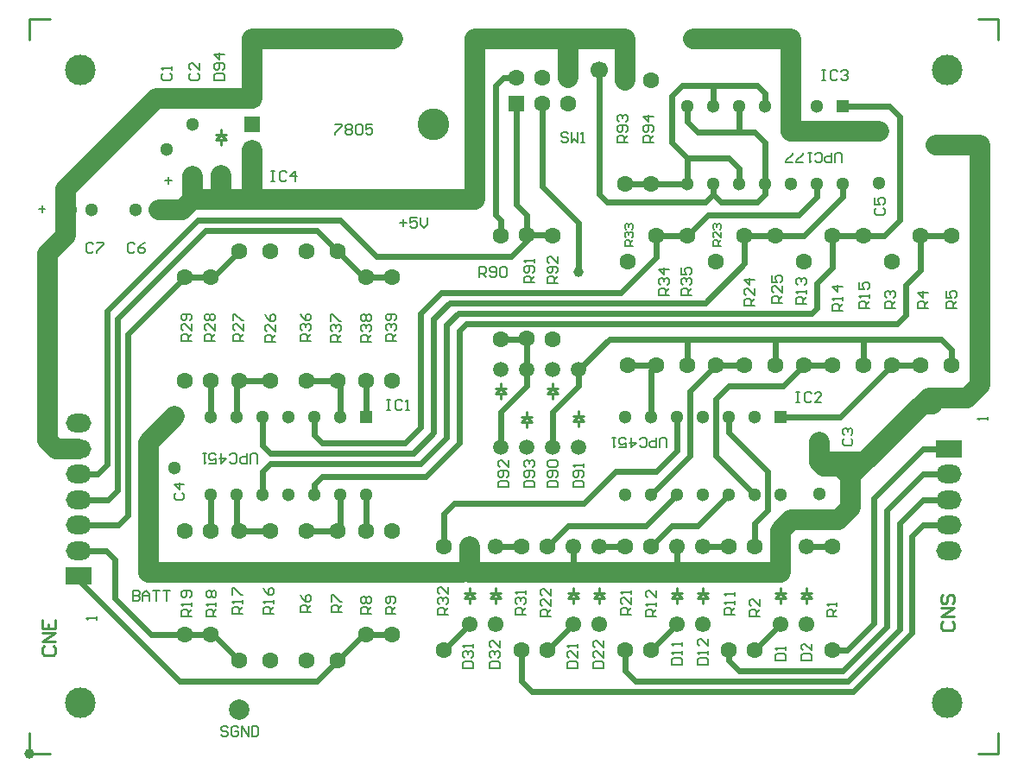
<source format=gtl>
%FSAX44Y44*%
%MOMM*%
G71*
G01*
G75*
G04 Layer_Physical_Order=1*
%ADD10C,0.2300*%
%ADD11C,0.6000*%
%ADD12C,2.0000*%
%ADD13C,0.2500*%
%ADD14C,0.2000*%
%ADD15C,0.1800*%
%ADD16C,0.2540*%
%ADD17C,1.3000*%
%ADD18C,1.5000*%
%ADD19C,1.6000*%
%ADD20C,1.5500*%
%ADD21R,2.5000X1.8000*%
%ADD22R,1.6000X1.6000*%
%ADD23C,3.1000*%
%ADD24C,3.0000*%
%ADD25C,1.0000*%
%ADD26R,1.3000X1.3000*%
%ADD27C,1.5000*%
%ADD28O,2.5000X1.8000*%
%ADD29C,1.6000*%
%ADD30R,1.6000X1.6000*%
%ADD31C,2.0000*%
%ADD32C,1.7000*%
D10*
X01336830Y01149050D02*
Y01169050D01*
X01316830D02*
X01336830D01*
X01316830Y00449050D02*
X01336830D01*
Y00469050D01*
X00386830Y00449050D02*
Y00469050D01*
Y00449050D02*
X00406830D01*
X00386830Y01169050D02*
X00406830D01*
X00386830Y01149050D02*
Y01169050D01*
D11*
X00925310Y00921490D02*
Y00969750D01*
X00727190Y00936730D02*
X00859458D01*
X00874510Y00951782D01*
X01001510Y00957050D02*
X01031990D01*
X01087870Y00929238D02*
Y00957050D01*
X01158990Y00909782D02*
X01174230Y00925022D01*
X01153910Y00880850D02*
X01158990Y00885930D01*
Y00909782D01*
X01174230Y00925022D02*
Y00957050D01*
X01237730Y00870690D02*
X01245997Y00878957D01*
Y00908646D01*
X01260590Y00923238D01*
Y00957050D01*
X01072630Y00764010D02*
Y00779250D01*
X01232632Y00830152D02*
X01232650Y00830134D01*
X01146272Y00830152D02*
X01146290Y00830134D01*
X01146272Y00830152D02*
X01174128D01*
X01174230Y00830050D01*
X01059912Y00830152D02*
X01060014Y00830050D01*
X01087870D01*
X01001408Y00830152D02*
X01001510Y00830050D01*
X00973552Y00830152D02*
X01001408D01*
X01031889Y01007748D02*
X01031990Y01007850D01*
X00590030Y00814810D02*
X00623050D01*
X00590030Y00779250D02*
Y00814810D01*
X00658610D02*
X00691630D01*
Y00779250D02*
Y00814810D01*
X00717012Y00814911D02*
X00717030D01*
Y00779250D02*
Y00814911D01*
X00564612D02*
X00564630D01*
Y00779250D02*
Y00814911D01*
Y00703050D02*
X00564666D01*
Y00667287D02*
Y00703050D01*
X00590030Y00667388D02*
Y00703050D01*
Y00667388D02*
X00623068D01*
X00658628D02*
X00691630D01*
Y00703050D01*
X00717030D02*
X00717066D01*
Y00667287D02*
Y00703050D01*
X00849092Y00855552D02*
X00874528D01*
Y00855348D02*
Y00855552D01*
Y00855348D02*
X00874580D01*
Y00825135D02*
Y00855348D01*
X00899928Y00956948D02*
Y00957253D01*
X00714490Y00565890D02*
X00742430D01*
X00666230Y00703050D02*
Y00713210D01*
X00673850Y00720830D01*
X00615430Y00703050D02*
Y00725910D01*
X00623050Y00733530D01*
X00615430Y00751310D02*
Y00779250D01*
Y00751310D02*
X00623050Y00743690D01*
X00666230Y00761470D02*
Y00779250D01*
Y00761470D02*
X00673850Y00753850D01*
X01072630Y00540490D02*
Y00550650D01*
Y00540490D02*
X01082790Y00530330D01*
X01184390D01*
X00971030D02*
Y00550650D01*
Y00530330D02*
X00981190Y00520170D01*
X01189470D01*
X00869430D02*
Y00550650D01*
Y00520170D02*
X00879590Y00510010D01*
X01194550D01*
X01072630Y00764010D02*
X01110730Y00725910D01*
X00996430Y00652250D02*
X01016750Y00672570D01*
X00894830Y00652250D02*
X00915150Y00672570D01*
X00991350D01*
X01021830Y00703050D01*
X01042150Y00672570D02*
X01072630Y00703050D01*
X01016750Y00672570D02*
X01042150D01*
X00996430Y00703050D02*
X01034530Y00741150D01*
X01123412Y00576032D02*
Y00576152D01*
X01095490Y00548229D02*
X01123412Y00576152D01*
X00996430Y00550650D02*
X01021830Y00576050D01*
X00996430Y00550650D02*
X00996430D01*
X00894830Y00550650D02*
X00920230Y00576050D01*
X00894830Y00550650D02*
Y00550650D01*
X00818630Y00576050D02*
X00818630D01*
X00793230Y00550650D02*
X00818630Y00576050D01*
X00793230Y00550650D02*
X00793230D01*
X01148914Y00652250D02*
X01174230D01*
X01148812Y00652352D02*
X01148914Y00652250D01*
X01047230D02*
X01075170D01*
X00945630D02*
X00971030D01*
X00844030D02*
X00869430D01*
X00534150Y00520170D02*
X00668770D01*
X01108190Y00997690D02*
Y01005310D01*
X00849180Y00748935D02*
Y00784330D01*
X00874580Y00809730D02*
Y00822430D01*
X00849180Y00784330D02*
X00874580Y00809730D01*
X00899980Y00784330D02*
X00925380Y00809730D01*
X00899980Y00748935D02*
Y00784330D01*
X00925380Y00809730D02*
Y00822430D01*
X01260590Y00957050D02*
X01291070D01*
X01280910Y00855450D02*
X01291070Y00845290D01*
Y00830050D02*
Y00845290D01*
X01100570Y00990070D02*
X01108190Y00997690D01*
X01031990Y01007850D02*
Y01033250D01*
X00483350Y00860410D02*
X00539248Y00916308D01*
X00463030Y00883390D02*
X00551930Y00972290D01*
X00473190Y00875770D02*
X00559550Y00962130D01*
X00551930Y00972290D02*
X00691630D01*
X00727190Y00936730D01*
X01034530Y00804770D02*
X01059912Y00830152D01*
X01034530Y00741150D02*
Y00804770D01*
X01125850Y00809730D02*
X01146272Y00830152D01*
X01059930Y00741150D02*
X01098030Y00703050D01*
X01016750Y01048490D02*
X01031990Y01033250D01*
X01016750Y01048490D02*
Y01094210D01*
X01026910Y01104370D01*
X01100570D02*
X01108190Y01096750D01*
Y01084050D02*
Y01096750D01*
X01031990Y01068810D02*
Y01084050D01*
Y01068810D02*
X01042150Y01058650D01*
X01098030D02*
X01108190Y01048490D01*
Y01007850D02*
Y01048490D01*
X01031990Y01033250D02*
X01072630D01*
X01082790Y01023090D01*
Y01007850D02*
Y01023090D01*
X01098030Y00652250D02*
Y00675110D01*
X01110730Y00687810D02*
Y00725910D01*
X01098030Y00675110D02*
X01110730Y00687810D01*
X00714592Y00916308D02*
X00742448D01*
X00539248D02*
X00567068D01*
X00592570Y00941810D01*
X00559550Y00962130D02*
X00668770D01*
X01059930Y00797030D02*
X01072630Y00809730D01*
X01059930Y00741150D02*
Y00797030D01*
X01072630Y00809730D02*
X01125850D01*
X00567086Y00565890D02*
X00592588Y00540388D01*
X01181730Y00779250D02*
X01232632Y00830152D01*
X01123430Y00779250D02*
X01181730D01*
X01260507Y00830134D02*
X01260590Y00830050D01*
X01260489Y00830152D02*
X01260507Y00830134D01*
X01232650D02*
X01260507D01*
X00996430Y00824970D02*
X01001510Y00830050D01*
X00996430Y00779250D02*
Y00824970D01*
X00793230Y00683839D02*
X00803390Y00693999D01*
X00793230Y00652250D02*
Y00683839D01*
X00925380Y00825135D02*
X00955695Y00855450D01*
X00930087Y00693999D02*
X00961998Y00725910D01*
X00803390Y00693999D02*
X00930087D01*
X01230110Y01084050D02*
X01240270Y01073890D01*
Y00972290D02*
Y01073890D01*
X01225030Y00957050D02*
X01240270Y00972290D01*
X01184390Y01084050D02*
X01230110D01*
X01031990Y00957050D02*
X01052310Y00977370D01*
X01184390Y00995150D02*
Y01007850D01*
X01146290Y00957050D02*
X01184390Y00995150D01*
X01158990D02*
Y01007850D01*
X01141210Y00977370D02*
X01158990Y00995150D01*
X01052310Y00977370D02*
X01141210D01*
X00971048Y01007850D02*
X00996412D01*
X01031990D01*
X01026910Y01104370D02*
X01057390D01*
X01100570D01*
X01057390Y01084050D02*
Y01104370D01*
X01065010Y00990070D02*
X01100570D01*
X01057390Y00997690D02*
Y01007850D01*
Y00997690D02*
X01065010Y00990070D01*
X00889750Y01005310D02*
X00925310Y00969750D01*
X00849128Y00956948D02*
Y00972272D01*
X00844030Y00977370D02*
X00849128Y00972272D01*
X00864350Y00987530D02*
X00874510Y00977370D01*
X00889750Y01005310D02*
Y01086590D01*
X00864350Y00987530D02*
Y01086590D01*
X01049770Y00990070D02*
X01057390Y00997690D01*
X00953250Y00990070D02*
X01049770D01*
X00945630Y00997690D02*
X00953250Y00990070D01*
X00851650Y01111990D02*
X00864350D01*
X00844030Y01104370D02*
X00851650Y01111990D01*
X00844030Y00977370D02*
Y01104370D01*
X00945630Y00997690D02*
Y01119610D01*
X01082790Y01058650D02*
Y01084050D01*
X01042150Y01058650D02*
X01082790D01*
X01098030D01*
X00435090Y00619230D02*
Y00622970D01*
Y00619230D02*
X00534150Y00520170D01*
X00668770D02*
X00689090Y00540490D01*
X00714490Y00565890D01*
X00470650Y00601450D02*
Y00639059D01*
X00461739Y00647971D02*
X00470650Y00639059D01*
X00435090Y00647971D02*
X00461739D01*
X00470650Y00601450D02*
X00506210Y00565890D01*
X00539230D01*
X00567086D01*
X00474162Y00672970D02*
X00483350Y00682159D01*
X00435090Y00672970D02*
X00474162D01*
X00483350Y00682159D02*
Y00860410D01*
X00464000Y00697970D02*
X00473190Y00707161D01*
X00435090Y00697970D02*
X00464000D01*
X00473190Y00707161D02*
Y00875770D01*
X00689090Y00941810D02*
X00714592Y00916308D01*
X00668770Y00962130D02*
X00689090Y00941810D01*
X00453295Y00722970D02*
X00463030Y00732705D01*
X00435090Y00722970D02*
X00453295D01*
X00463030Y00732705D02*
Y00883390D01*
X00874510Y00951782D02*
Y00957253D01*
Y00977370D01*
Y00957253D02*
X00899928D01*
X00807162Y00880850D02*
X01153910D01*
X00815078Y00870690D02*
X01237730D01*
X00673850Y00753850D02*
X00755130D01*
X00623050Y00743690D02*
X00763138D01*
X00623050Y00733530D02*
X00770370D01*
X00673850Y00720830D02*
X00775450D01*
X00755130Y00753850D02*
X00770370Y00769090D01*
Y00880850D01*
X00790690Y00901170D01*
X00763138Y00743690D02*
X00783070Y00763622D01*
Y00875381D01*
X00798698Y00891010D01*
X00795770Y00869458D02*
X00807162Y00880850D01*
X00795770Y00758930D02*
Y00869458D01*
X00770370Y00733530D02*
X00795770Y00758930D01*
X01174230Y00957050D02*
X01204710D01*
X01225030D01*
X00775450Y00720830D02*
X00807998Y00753378D01*
Y00863610D01*
X00815078Y00870690D01*
X00790690Y00901170D02*
X00966978D01*
X01001510Y00935702D01*
Y00957050D01*
X00798698Y00891010D02*
X01049642D01*
X01087870Y00929238D01*
Y00957050D02*
X01118350D01*
X01146290D01*
X01001510Y00725910D02*
X01021830Y00746230D01*
X00961998Y00725910D02*
X01001510D01*
X01021830Y00746230D02*
Y00779250D01*
X01174230Y00550650D02*
X01188821D01*
X01251998Y00567457D02*
Y00661837D01*
X01263130Y00672970D01*
X01288530D01*
X01194550Y00510010D02*
X01251998Y00567457D01*
X01239997Y00570697D02*
Y00674838D01*
X01263130Y00697970D01*
X01288530D01*
X01189470Y00520170D02*
X01239997Y00570697D01*
X01227570Y00573510D02*
Y00687410D01*
X01263130Y00722970D01*
X01288530D01*
X01184390Y00530330D02*
X01227570Y00573510D01*
X01214870Y00576699D02*
Y00699710D01*
X01263130Y00747970D01*
X01288530D01*
X01188821Y00550650D02*
X01214870Y00576699D01*
X00920230Y00626850D02*
Y00652250D01*
X01021830Y00626850D02*
Y00652250D01*
X01031990Y00830050D02*
Y00855450D01*
X01118350Y00830050D02*
Y00855450D01*
X01204710Y00830050D02*
Y00855450D01*
X00955695D02*
X01031990D01*
X01118350D01*
X01204710D01*
X01280910D01*
D12*
X00818630Y00626850D02*
Y00652250D01*
X00503670Y00626850D02*
X00811010D01*
X00546780Y00992680D02*
Y01015287D01*
X00574860Y00992680D02*
Y01015635D01*
X00605182Y00992698D02*
Y01040788D01*
X01133773Y01058833D02*
X01220020D01*
X00422390Y01002770D02*
X00511208Y01091588D01*
X00513830Y00982450D02*
X00536550D01*
X00546710Y00992610D01*
X00503557Y00753850D02*
X00529140Y00779433D01*
X00970947Y01109450D02*
X00971048Y01109348D01*
X00605182Y01091588D02*
Y01150002D01*
X00971048Y01109348D02*
Y01149984D01*
X00823710Y00992610D02*
Y01099290D01*
X00823728Y01099308D02*
Y01149984D01*
X00546710Y00992610D02*
X00765290D01*
X00823710D01*
X00915150Y01111990D02*
Y01149984D01*
X00823728D02*
X00915150D01*
X00971048D01*
X00412638Y00747970D02*
X00435090D01*
X00404610Y00755999D02*
X00412638Y00747970D01*
X00404610Y00755999D02*
Y00939270D01*
X00422390Y00957050D01*
X00605182Y01150002D02*
X00742730D01*
X01037813Y01149819D02*
X01133773D01*
X01123412Y00667604D02*
X01133807Y00677999D01*
X01179659D01*
X01192010Y00690350D01*
X01165471Y00730598D02*
X01181850D01*
X01161530Y00734538D02*
X01165471Y00730598D01*
X01161600Y00734608D02*
Y00754033D01*
X01161530Y00734538D02*
X01161600Y00734608D01*
X01268746Y00797998D02*
X01306470D01*
X01319010Y00810538D01*
Y01045998D01*
X01275830D02*
X01319010D01*
X00503670Y00626850D02*
Y00697970D01*
Y00753850D01*
X00818630Y00626850D02*
X00920230D01*
X01021830D01*
X01123412D01*
X00422390Y00957050D02*
Y00982450D01*
Y01002770D01*
X00511208Y01091588D02*
X00521520D01*
X00574860D01*
X00605182D01*
X01123412Y00626850D02*
Y00652352D01*
Y00667604D01*
X01192010Y00690350D02*
Y00720437D01*
Y00721263D01*
X01181850Y00730598D02*
X01192010Y00720437D01*
Y00721263D02*
X01205286Y00734538D01*
X01262698Y00791950D01*
X01268746Y00797998D01*
X01161530Y00734538D02*
X01205286D01*
X01133773Y01058833D02*
Y01084050D01*
Y01149819D01*
X01262698Y00791950D02*
X01271998D01*
D13*
X00569710Y01056158D02*
X00579870D01*
X00569710Y01051078D02*
X00574790Y01056158D01*
X00579870Y01051078D01*
X00569710D02*
X00579870D01*
X00574790Y01056158D02*
Y01061238D01*
Y01045998D02*
Y01051078D01*
X00813550Y00606530D02*
X00823710D01*
X00813550Y00601450D02*
X00818630Y00606530D01*
X00823710Y00601450D01*
X00813550D02*
X00823710D01*
X00818630Y00606530D02*
Y00611610D01*
Y00596370D02*
Y00601450D01*
X00838918Y00606530D02*
X00849078D01*
X00838918Y00601450D02*
X00843998Y00606530D01*
X00849078Y00601450D01*
X00838918D02*
X00849078D01*
X00843998Y00606530D02*
Y00611610D01*
Y00596370D02*
Y00601450D01*
X00915150Y00606530D02*
X00925310D01*
X00915150Y00601450D02*
X00920230Y00606530D01*
X00925310Y00601450D01*
X00915150D02*
X00925310D01*
X00920230Y00606530D02*
Y00611610D01*
Y00596370D02*
Y00601450D01*
X00940550Y00606159D02*
X00950710D01*
X00940550Y00601079D02*
X00945630Y00606159D01*
X00950710Y00601079D01*
X00940550D02*
X00950710D01*
X00945630Y00606159D02*
Y00611239D01*
Y00595999D02*
Y00601079D01*
X01016750Y00606530D02*
X01026910D01*
X01016750Y00601450D02*
X01021830Y00606530D01*
X01026910Y00601450D01*
X01016750D02*
X01026910D01*
X01021830Y00606530D02*
Y00611610D01*
Y00596370D02*
Y00601450D01*
X01042150Y00606159D02*
X01052310D01*
X01042150Y00601079D02*
X01047230Y00606159D01*
X01052310Y00601079D01*
X01042150D02*
X01052310D01*
X01047230Y00606159D02*
Y00611239D01*
Y00595999D02*
Y00601079D01*
X01118350Y00606530D02*
X01128510D01*
X01118350Y00601450D02*
X01123430Y00606530D01*
X01128510Y00601450D01*
X01118350D02*
X01128510D01*
X01123430Y00606530D02*
Y00611610D01*
Y00596370D02*
Y00601450D01*
X01143750Y00606159D02*
X01153910D01*
X01143750Y00601079D02*
X01148830Y00606159D01*
X01153910Y00601079D01*
X01143750D02*
X01153910D01*
X01148830Y00606159D02*
Y00611239D01*
Y00595999D02*
Y00601079D01*
X00868918Y00779250D02*
X00879078D01*
X00868918Y00774170D02*
X00873998Y00779250D01*
X00879078Y00774170D01*
X00868918D02*
X00879078D01*
X00873998Y00779250D02*
Y00784330D01*
Y00769090D02*
Y00774170D01*
X00920230Y00780158D02*
X00930390D01*
X00920230Y00775079D02*
X00925310Y00780158D01*
X00930390Y00775079D01*
X00920230D02*
X00930390D01*
X00925310Y00780158D02*
Y00785238D01*
Y00769998D02*
Y00775079D01*
X00844030Y00807190D02*
X00854190D01*
X00844030Y00802110D02*
X00849110Y00807190D01*
X00854190Y00802110D01*
X00844030D02*
X00854190D01*
X00849110Y00807190D02*
Y00812270D01*
Y00797030D02*
Y00802110D01*
X00894900Y00807190D02*
X00905060D01*
X00894900Y00802110D02*
X00899980Y00807190D01*
X00905060Y00802110D01*
X00894900D02*
X00905060D01*
X00899980Y00807190D02*
Y00812270D01*
Y00797030D02*
Y00802110D01*
D14*
X00487999Y00608907D02*
Y00598910D01*
X00492997D01*
X00494664Y00600576D01*
Y00602242D01*
X00492997Y00603908D01*
X00487999D01*
X00492997D01*
X00494664Y00605574D01*
Y00607240D01*
X00492997Y00608907D01*
X00487999D01*
X00497996Y00598910D02*
Y00605574D01*
X00501328Y00608907D01*
X00504660Y00605574D01*
Y00598910D01*
Y00603908D01*
X00497996D01*
X00507993Y00608907D02*
X00514657D01*
X00511325D01*
Y00598910D01*
X00517989Y00608907D02*
X00524654D01*
X00521322D01*
Y00598910D01*
X00530300Y00704423D02*
X00528634Y00702757D01*
Y00699425D01*
X00530300Y00697759D01*
X00536965D01*
X00538631Y00699425D01*
Y00702757D01*
X00536965Y00704423D01*
X00538631Y00712754D02*
X00528634D01*
X00533633Y00707756D01*
Y00714420D01*
X00827998Y00916410D02*
Y00926407D01*
X00832997D01*
X00834663Y00924741D01*
Y00921408D01*
X00832997Y00919742D01*
X00827998D01*
X00831331D02*
X00834663Y00916410D01*
X00837995Y00918076D02*
X00839661Y00916410D01*
X00842993D01*
X00844660Y00918076D01*
Y00924741D01*
X00842993Y00926407D01*
X00839661D01*
X00837995Y00924741D01*
Y00923074D01*
X00839661Y00921408D01*
X00844660D01*
X00847992Y00924741D02*
X00849658Y00926407D01*
X00852990D01*
X00854656Y00924741D01*
Y00918076D01*
X00852990Y00916410D01*
X00849658D01*
X00847992Y00918076D01*
Y00924741D01*
X00881998Y00910650D02*
X00872001D01*
Y00915648D01*
X00873668Y00917314D01*
X00877000D01*
X00878666Y00915648D01*
Y00910650D01*
Y00913982D02*
X00881998Y00917314D01*
X00880332Y00920647D02*
X00881998Y00922313D01*
Y00925645D01*
X00880332Y00927311D01*
X00873668D01*
X00872001Y00925645D01*
Y00922313D01*
X00873668Y00920647D01*
X00875334D01*
X00877000Y00922313D01*
Y00927311D01*
X00881998Y00930643D02*
Y00933976D01*
Y00932310D01*
X00872001D01*
X00873668Y00930643D01*
X00904630Y00909998D02*
X00894633D01*
Y00914997D01*
X00896299Y00916663D01*
X00899632D01*
X00901298Y00914997D01*
Y00909998D01*
Y00913330D02*
X00904630Y00916663D01*
X00902964Y00919995D02*
X00904630Y00921661D01*
Y00924993D01*
X00902964Y00926659D01*
X00896299D01*
X00894633Y00924993D01*
Y00921661D01*
X00896299Y00919995D01*
X00897966D01*
X00899632Y00921661D01*
Y00926659D01*
X00904630Y00936656D02*
Y00929992D01*
X00897966Y00936656D01*
X00896299D01*
X00894633Y00934990D01*
Y00931658D01*
X00896299Y00929992D01*
X01013998Y00898630D02*
X01004001D01*
Y00903628D01*
X01005667Y00905294D01*
X01009000D01*
X01010666Y00903628D01*
Y00898630D01*
Y00901962D02*
X01013998Y00905294D01*
X01005667Y00908627D02*
X01004001Y00910293D01*
Y00913625D01*
X01005667Y00915291D01*
X01007334D01*
X01009000Y00913625D01*
Y00911959D01*
Y00913625D01*
X01010666Y00915291D01*
X01012332D01*
X01013998Y00913625D01*
Y00910293D01*
X01012332Y00908627D01*
X01013998Y00923622D02*
X01004001D01*
X01009000Y00918624D01*
Y00925288D01*
X01035998Y00898630D02*
X01026001D01*
Y00903628D01*
X01027667Y00905294D01*
X01031000D01*
X01032666Y00903628D01*
Y00898630D01*
Y00901962D02*
X01035998Y00905294D01*
X01027667Y00908627D02*
X01026001Y00910293D01*
Y00913625D01*
X01027667Y00915291D01*
X01029333D01*
X01031000Y00913625D01*
Y00911959D01*
Y00913625D01*
X01032666Y00915291D01*
X01034332D01*
X01035998Y00913625D01*
Y00910293D01*
X01034332Y00908627D01*
X01026001Y00925288D02*
Y00918624D01*
X01031000D01*
X01029333Y00921956D01*
Y00923622D01*
X01031000Y00925288D01*
X01034332D01*
X01035998Y00923622D01*
Y00920290D01*
X01034332Y00918624D01*
X01097998Y00888470D02*
X01088001D01*
Y00893468D01*
X01089667Y00895134D01*
X01092999D01*
X01094666Y00893468D01*
Y00888470D01*
Y00891802D02*
X01097998Y00895134D01*
Y00905131D02*
Y00898467D01*
X01091333Y00905131D01*
X01089667D01*
X01088001Y00903465D01*
Y00900133D01*
X01089667Y00898467D01*
X01097998Y00913462D02*
X01088001D01*
X01092999Y00908464D01*
Y00915128D01*
X01124630Y00890799D02*
X01114633D01*
Y00895797D01*
X01116299Y00897463D01*
X01119632D01*
X01121298Y00895797D01*
Y00890799D01*
Y00894131D02*
X01124630Y00897463D01*
Y00907460D02*
Y00900796D01*
X01117965Y00907460D01*
X01116299D01*
X01114633Y00905794D01*
Y00902462D01*
X01116299Y00900796D01*
X01114633Y00917457D02*
Y00910792D01*
X01119632D01*
X01117965Y00914125D01*
Y00915791D01*
X01119632Y00917457D01*
X01122964D01*
X01124630Y00915791D01*
Y00912458D01*
X01122964Y00910792D01*
X01148830Y00889998D02*
X01138833D01*
Y00894997D01*
X01140499Y00896663D01*
X01143832D01*
X01145498Y00894997D01*
Y00889998D01*
Y00893330D02*
X01148830Y00896663D01*
Y00899995D02*
Y00903327D01*
Y00901661D01*
X01138833D01*
X01140499Y00899995D01*
Y00908326D02*
X01138833Y00909992D01*
Y00913324D01*
X01140499Y00914990D01*
X01142166D01*
X01143832Y00913324D01*
Y00911658D01*
Y00913324D01*
X01145498Y00914990D01*
X01147164D01*
X01148830Y00913324D01*
Y00909992D01*
X01147164Y00908326D01*
X01183998Y00883390D02*
X01174001D01*
Y00888388D01*
X01175667Y00890054D01*
X01178999D01*
X01180665Y00888388D01*
Y00883390D01*
Y00886722D02*
X01183998Y00890054D01*
Y00893387D02*
Y00896719D01*
Y00895053D01*
X01174001D01*
X01175667Y00893387D01*
X01183998Y00906716D02*
X01174001D01*
X01178999Y00901717D01*
Y00908382D01*
X01210630Y00885719D02*
X01200633D01*
Y00890717D01*
X01202299Y00892383D01*
X01205631D01*
X01207297Y00890717D01*
Y00885719D01*
Y00889051D02*
X01210630Y00892383D01*
Y00895716D02*
Y00899048D01*
Y00897382D01*
X01200633D01*
X01202299Y00895716D01*
X01200633Y00910711D02*
Y00904046D01*
X01205631D01*
X01203965Y00907378D01*
Y00909045D01*
X01205631Y00910711D01*
X01208963D01*
X01210630Y00909045D01*
Y00905712D01*
X01208963Y00904046D01*
X01235997Y00885930D02*
X01226001D01*
Y00890928D01*
X01227667Y00892594D01*
X01230999D01*
X01232665Y00890928D01*
Y00885930D01*
Y00889262D02*
X01235997Y00892594D01*
X01227667Y00895927D02*
X01226001Y00897593D01*
Y00900925D01*
X01227667Y00902591D01*
X01229333D01*
X01230999Y00900925D01*
Y00899259D01*
Y00900925D01*
X01232665Y00902591D01*
X01234331D01*
X01235997Y00900925D01*
Y00897593D01*
X01234331Y00895927D01*
X01267998Y00885930D02*
X01258001D01*
Y00890928D01*
X01259667Y00892594D01*
X01262999D01*
X01264665Y00890928D01*
Y00885930D01*
Y00889262D02*
X01267998Y00892594D01*
Y00900925D02*
X01258001D01*
X01262999Y00895927D01*
Y00902591D01*
X01295997Y00885930D02*
X01286001D01*
Y00890928D01*
X01287667Y00892594D01*
X01290999D01*
X01292665Y00890928D01*
Y00885930D01*
Y00889262D02*
X01295997Y00892594D01*
X01286001Y00902591D02*
Y00895927D01*
X01290999D01*
X01289333Y00899259D01*
Y00900925D01*
X01290999Y00902591D01*
X01294331D01*
X01295997Y00900925D01*
Y00897593D01*
X01294331Y00895927D01*
X01217227Y00984034D02*
X01215561Y00982368D01*
Y00979036D01*
X01217227Y00977370D01*
X01223892D01*
X01225558Y00979036D01*
Y00982368D01*
X01223892Y00984034D01*
X01215561Y00994031D02*
Y00987367D01*
X01220559D01*
X01218893Y00990699D01*
Y00992365D01*
X01220559Y00994031D01*
X01223892D01*
X01225558Y00992365D01*
Y00989033D01*
X01223892Y00987367D01*
X01164070Y01119447D02*
X01167402D01*
X01165736D01*
Y01109450D01*
X01164070D01*
X01167402D01*
X01179065Y01117781D02*
X01177399Y01119447D01*
X01174067D01*
X01172401Y01117781D01*
Y01111116D01*
X01174067Y01109450D01*
X01177399D01*
X01179065Y01111116D01*
X01182398Y01117781D02*
X01184064Y01119447D01*
X01187396D01*
X01189062Y01117781D01*
Y01116114D01*
X01187396Y01114448D01*
X01185730D01*
X01187396D01*
X01189062Y01112782D01*
Y01111116D01*
X01187396Y01109450D01*
X01184064D01*
X01182398Y01111116D01*
X00737350Y00795995D02*
X00740682D01*
X00739016D01*
Y00785998D01*
X00737350D01*
X00740682D01*
X00752345Y00794329D02*
X00750679Y00795995D01*
X00747347D01*
X00745681Y00794329D01*
Y00787665D01*
X00747347Y00785998D01*
X00750679D01*
X00752345Y00787665D01*
X00755677Y00785998D02*
X00759010D01*
X00757344D01*
Y00795995D01*
X00755677Y00794329D01*
X01138459Y00803363D02*
X01141791D01*
X01140125D01*
Y00793366D01*
X01138459D01*
X01141791D01*
X01153454Y00801697D02*
X01151788Y00803363D01*
X01148456D01*
X01146790Y00801697D01*
Y00795032D01*
X01148456Y00793366D01*
X01151788D01*
X01153454Y00795032D01*
X01163451Y00793366D02*
X01156786D01*
X01163451Y00800031D01*
Y00801697D01*
X01161785Y00803363D01*
X01158453D01*
X01156786Y00801697D01*
X01185667Y00757974D02*
X01184001Y00756308D01*
Y00752976D01*
X01185667Y00751310D01*
X01192331D01*
X01193998Y00752976D01*
Y00756308D01*
X01192331Y00757974D01*
X01185667Y00761307D02*
X01184001Y00762973D01*
Y00766305D01*
X01185667Y00767971D01*
X01187333D01*
X01188999Y00766305D01*
Y00764639D01*
Y00766305D01*
X01190665Y00767971D01*
X01192331D01*
X01193998Y00766305D01*
Y00762973D01*
X01192331Y00761307D01*
X00920453Y00709999D02*
X00930450D01*
Y00714997D01*
X00928784Y00716663D01*
X00922119D01*
X00920453Y00714997D01*
Y00709999D01*
X00928784Y00719995D02*
X00930450Y00721662D01*
Y00724994D01*
X00928784Y00726660D01*
X00922119D01*
X00920453Y00724994D01*
Y00721662D01*
X00922119Y00719995D01*
X00923785D01*
X00925452Y00721662D01*
Y00726660D01*
X00930450Y00729992D02*
Y00733324D01*
Y00731658D01*
X00920453D01*
X00922119Y00729992D01*
X00894453Y00709999D02*
X00904450D01*
Y00714997D01*
X00902784Y00716663D01*
X00896119D01*
X00894453Y00714997D01*
Y00709999D01*
X00902784Y00719995D02*
X00904450Y00721662D01*
Y00724994D01*
X00902784Y00726660D01*
X00896119D01*
X00894453Y00724994D01*
Y00721662D01*
X00896119Y00719995D01*
X00897786D01*
X00899452Y00721662D01*
Y00726660D01*
X00896119Y00729992D02*
X00894453Y00731658D01*
Y00734991D01*
X00896119Y00736657D01*
X00902784D01*
X00904450Y00734991D01*
Y00731658D01*
X00902784Y00729992D01*
X00896119D01*
X00872193Y00709999D02*
X00882190D01*
Y00714997D01*
X00880524Y00716663D01*
X00873859D01*
X00872193Y00714997D01*
Y00709999D01*
X00880524Y00719995D02*
X00882190Y00721662D01*
Y00724994D01*
X00880524Y00726660D01*
X00873859D01*
X00872193Y00724994D01*
Y00721662D01*
X00873859Y00719995D01*
X00875526D01*
X00877192Y00721662D01*
Y00726660D01*
X00873859Y00729992D02*
X00872193Y00731658D01*
Y00734991D01*
X00873859Y00736657D01*
X00875526D01*
X00877192Y00734991D01*
Y00733324D01*
Y00734991D01*
X00878858Y00736657D01*
X00880524D01*
X00882190Y00734991D01*
Y00731658D01*
X00880524Y00729992D01*
X00846193Y00709999D02*
X00856190D01*
Y00714997D01*
X00854524Y00716663D01*
X00847859D01*
X00846193Y00714997D01*
Y00709999D01*
X00854524Y00719995D02*
X00856190Y00721662D01*
Y00724994D01*
X00854524Y00726660D01*
X00847859D01*
X00846193Y00724994D01*
Y00721662D01*
X00847859Y00719995D01*
X00849526D01*
X00851192Y00721662D01*
Y00726660D01*
X00856190Y00736657D02*
Y00729992D01*
X00849526Y00736657D01*
X00847859D01*
X00846193Y00734991D01*
Y00731658D01*
X00847859Y00729992D01*
X01143973Y00539999D02*
X01153970D01*
Y00544997D01*
X01152304Y00546663D01*
X01145639D01*
X01143973Y00544997D01*
Y00539999D01*
X01153970Y00556660D02*
Y00549996D01*
X01147306Y00556660D01*
X01145639D01*
X01143973Y00554994D01*
Y00551662D01*
X01145639Y00549996D01*
X01117973Y00539999D02*
X01127970D01*
Y00544997D01*
X01126304Y00546663D01*
X01119639D01*
X01117973Y00544997D01*
Y00539999D01*
X01127970Y00549996D02*
Y00553328D01*
Y00551662D01*
X01117973D01*
X01119639Y00549996D01*
X01042373Y00535999D02*
X01052370D01*
Y00540997D01*
X01050704Y00542663D01*
X01044039D01*
X01042373Y00540997D01*
Y00535999D01*
X01052370Y00545996D02*
Y00549328D01*
Y00547662D01*
X01042373D01*
X01044039Y00545996D01*
X01052370Y00560991D02*
Y00554326D01*
X01045705Y00560991D01*
X01044039D01*
X01042373Y00559325D01*
Y00555993D01*
X01044039Y00554326D01*
X01016373Y00535999D02*
X01026370D01*
Y00540997D01*
X01024704Y00542663D01*
X01018039D01*
X01016373Y00540997D01*
Y00535999D01*
X01026370Y00545996D02*
Y00549328D01*
Y00547662D01*
X01016373D01*
X01018039Y00545996D01*
X01026370Y00554326D02*
Y00557659D01*
Y00555993D01*
X01016373D01*
X01018039Y00554326D01*
X01178630Y00583459D02*
X01168633D01*
Y00588457D01*
X01170299Y00590123D01*
X01173631D01*
X01175297Y00588457D01*
Y00583459D01*
Y00586791D02*
X01178630Y00590123D01*
Y00593456D02*
Y00596788D01*
Y00595122D01*
X01168633D01*
X01170299Y00593456D01*
X01102630Y00583459D02*
X01092633D01*
Y00588457D01*
X01094299Y00590123D01*
X01097632D01*
X01099298Y00588457D01*
Y00583459D01*
Y00586791D02*
X01102630Y00590123D01*
Y00600120D02*
Y00593456D01*
X01095965Y00600120D01*
X01094299D01*
X01092633Y00598454D01*
Y00595122D01*
X01094299Y00593456D01*
X01078062Y00585248D02*
X01068065D01*
Y00590246D01*
X01069731Y00591912D01*
X01073064D01*
X01074730Y00590246D01*
Y00585248D01*
Y00588580D02*
X01078062Y00591912D01*
Y00595244D02*
Y00598577D01*
Y00596911D01*
X01068065D01*
X01069731Y00595244D01*
X01078062Y00603575D02*
Y00606907D01*
Y00605241D01*
X01068065D01*
X01069731Y00603575D01*
X01001030Y00583459D02*
X00991033D01*
Y00588457D01*
X00992699Y00590123D01*
X00996032D01*
X00997698Y00588457D01*
Y00583459D01*
Y00586791D02*
X01001030Y00590123D01*
Y00593456D02*
Y00596788D01*
Y00595122D01*
X00991033D01*
X00992699Y00593456D01*
X01001030Y00608451D02*
Y00601786D01*
X00994365Y00608451D01*
X00992699D01*
X00991033Y00606785D01*
Y00603452D01*
X00992699Y00601786D01*
X00976462Y00585248D02*
X00966465D01*
Y00590246D01*
X00968131Y00591912D01*
X00971463D01*
X00973130Y00590246D01*
Y00585248D01*
Y00588580D02*
X00976462Y00591912D01*
Y00601909D02*
Y00595244D01*
X00969797Y00601909D01*
X00968131D01*
X00966465Y00600243D01*
Y00596911D01*
X00968131Y00595244D01*
X00976462Y00605241D02*
Y00608573D01*
Y00606907D01*
X00966465D01*
X00968131Y00605241D01*
X00940001Y00532870D02*
X00949998D01*
Y00537868D01*
X00948332Y00539534D01*
X00941667D01*
X00940001Y00537868D01*
Y00532870D01*
X00949998Y00549531D02*
Y00542867D01*
X00943334Y00549531D01*
X00941667D01*
X00940001Y00547865D01*
Y00544533D01*
X00941667Y00542867D01*
X00949998Y00559528D02*
Y00552864D01*
X00943334Y00559528D01*
X00941667D01*
X00940001Y00557862D01*
Y00554530D01*
X00941667Y00552864D01*
X00914001Y00532870D02*
X00923998D01*
Y00537868D01*
X00922332Y00539534D01*
X00915667D01*
X00914001Y00537868D01*
Y00532870D01*
X00923998Y00549531D02*
Y00542867D01*
X00917334Y00549531D01*
X00915667D01*
X00914001Y00547865D01*
Y00544533D01*
X00915667Y00542867D01*
X00923998Y00552864D02*
Y00556196D01*
Y00554530D01*
X00914001D01*
X00915667Y00552864D01*
X00838001Y00532870D02*
X00847998D01*
Y00537868D01*
X00846332Y00539534D01*
X00839668D01*
X00838001Y00537868D01*
Y00532870D01*
X00839668Y00542867D02*
X00838001Y00544533D01*
Y00547865D01*
X00839668Y00549531D01*
X00841334D01*
X00843000Y00547865D01*
Y00546199D01*
Y00547865D01*
X00844666Y00549531D01*
X00846332D01*
X00847998Y00547865D01*
Y00544533D01*
X00846332Y00542867D01*
X00847998Y00559528D02*
Y00552864D01*
X00841334Y00559528D01*
X00839668D01*
X00838001Y00557862D01*
Y00554530D01*
X00839668Y00552864D01*
X00812002Y00532870D02*
X00821998D01*
Y00537868D01*
X00820332Y00539534D01*
X00813668D01*
X00812002Y00537868D01*
Y00532870D01*
X00813668Y00542867D02*
X00812002Y00544533D01*
Y00547865D01*
X00813668Y00549531D01*
X00815334D01*
X00817000Y00547865D01*
Y00546199D01*
Y00547865D01*
X00818666Y00549531D01*
X00820332D01*
X00821998Y00547865D01*
Y00544533D01*
X00820332Y00542867D01*
X00821998Y00552864D02*
Y00556196D01*
Y00554530D01*
X00812002D01*
X00813668Y00552864D01*
X00490015Y00948329D02*
X00488349Y00949995D01*
X00485016D01*
X00483350Y00948329D01*
Y00941664D01*
X00485016Y00939998D01*
X00488349D01*
X00490015Y00941664D01*
X00500011Y00949995D02*
X00496679Y00948329D01*
X00493347Y00944996D01*
Y00941664D01*
X00495013Y00939998D01*
X00498345D01*
X00500011Y00941664D01*
Y00943330D01*
X00498345Y00944996D01*
X00493347D01*
X00449375Y00948329D02*
X00447709Y00949995D01*
X00444376D01*
X00442710Y00948329D01*
Y00941664D01*
X00444376Y00939998D01*
X00447709D01*
X00449375Y00941664D01*
X00452707Y00949995D02*
X00459371D01*
Y00948329D01*
X00452707Y00941664D01*
Y00939998D01*
X00686550Y01065995D02*
X00693215D01*
Y01064329D01*
X00686550Y01057664D01*
Y01055998D01*
X00696547Y01064329D02*
X00698213Y01065995D01*
X00701545D01*
X00703211Y01064329D01*
Y01062662D01*
X00701545Y01060996D01*
X00703211Y01059330D01*
Y01057664D01*
X00701545Y01055998D01*
X00698213D01*
X00696547Y01057664D01*
Y01059330D01*
X00698213Y01060996D01*
X00696547Y01062662D01*
Y01064329D01*
X00698213Y01060996D02*
X00701545D01*
X00706544Y01064329D02*
X00708210Y01065995D01*
X00711542D01*
X00713208Y01064329D01*
Y01057664D01*
X00711542Y01055998D01*
X00708210D01*
X00706544Y01057664D01*
Y01064329D01*
X00723205Y01065995D02*
X00716540D01*
Y01060996D01*
X00719873Y01062662D01*
X00721539D01*
X00723205Y01060996D01*
Y01057664D01*
X00721539Y01055998D01*
X00718206D01*
X00716540Y01057664D01*
X00623999Y01020387D02*
X00627331D01*
X00625665D01*
Y01010390D01*
X00623999D01*
X00627331D01*
X00638994Y01018720D02*
X00637328Y01020387D01*
X00633996D01*
X00632329Y01018720D01*
Y01012056D01*
X00633996Y01010390D01*
X00637328D01*
X00638994Y01012056D01*
X00647325Y01010390D02*
Y01020387D01*
X00642326Y01015388D01*
X00648991D01*
X00568002Y01109450D02*
X00577999D01*
Y01114448D01*
X00576333Y01116114D01*
X00569668D01*
X00568002Y01114448D01*
Y01109450D01*
X00576333Y01119447D02*
X00577999Y01121113D01*
Y01124445D01*
X00576333Y01126111D01*
X00569668D01*
X00568002Y01124445D01*
Y01121113D01*
X00569668Y01119447D01*
X00571334D01*
X00573000Y01121113D01*
Y01126111D01*
X00577999Y01134442D02*
X00568002D01*
X00573000Y01129444D01*
Y01136108D01*
X00545059Y01116122D02*
X00543393Y01114456D01*
Y01111124D01*
X00545059Y01109458D01*
X00551724D01*
X00553390Y01111124D01*
Y01114456D01*
X00551724Y01116122D01*
X00553390Y01126119D02*
Y01119455D01*
X00546726Y01126119D01*
X00545059D01*
X00543393Y01124453D01*
Y01121121D01*
X00545059Y01119455D01*
X00517668Y01116114D02*
X00516002Y01114448D01*
Y01111116D01*
X00517668Y01109450D01*
X00524333D01*
X00525999Y01111116D01*
Y01114448D01*
X00524333Y01116114D01*
X00525999Y01119447D02*
Y01122779D01*
Y01121113D01*
X00516002D01*
X00517668Y01119447D01*
X00897998Y00583670D02*
X00888001D01*
Y00588668D01*
X00889668Y00590334D01*
X00893000D01*
X00894666Y00588668D01*
Y00583670D01*
Y00587002D02*
X00897998Y00590334D01*
Y00600331D02*
Y00593667D01*
X00891334Y00600331D01*
X00889668D01*
X00888001Y00598665D01*
Y00595333D01*
X00889668Y00593667D01*
X00897998Y00610328D02*
Y00603663D01*
X00891334Y00610328D01*
X00889668D01*
X00888001Y00608662D01*
Y00605330D01*
X00889668Y00603663D01*
X00873430Y00585459D02*
X00863433D01*
Y00590457D01*
X00865099Y00592123D01*
X00868432D01*
X00870098Y00590457D01*
Y00585459D01*
Y00588791D02*
X00873430Y00592123D01*
X00865099Y00595456D02*
X00863433Y00597122D01*
Y00600454D01*
X00865099Y00602120D01*
X00866766D01*
X00868432Y00600454D01*
Y00598788D01*
Y00600454D01*
X00870098Y00602120D01*
X00871764D01*
X00873430Y00600454D01*
Y00597122D01*
X00871764Y00595456D01*
X00873430Y00605452D02*
Y00608785D01*
Y00607118D01*
X00863433D01*
X00865099Y00605452D01*
X00797230Y00585459D02*
X00787233D01*
Y00590457D01*
X00788899Y00592123D01*
X00792232D01*
X00793898Y00590457D01*
Y00585459D01*
Y00588791D02*
X00797230Y00592123D01*
X00788899Y00595456D02*
X00787233Y00597122D01*
Y00600454D01*
X00788899Y00602120D01*
X00790566D01*
X00792232Y00600454D01*
Y00598788D01*
Y00600454D01*
X00793898Y00602120D01*
X00795564D01*
X00797230Y00600454D01*
Y00597122D01*
X00795564Y00595456D01*
X00797230Y00612117D02*
Y00605452D01*
X00790566Y00612117D01*
X00788899D01*
X00787233Y00610451D01*
Y00607118D01*
X00788899Y00605452D01*
X00745999Y00586210D02*
X00736002D01*
Y00591208D01*
X00737668Y00592874D01*
X00741000D01*
X00742666Y00591208D01*
Y00586210D01*
Y00589542D02*
X00745999Y00592874D01*
X00744332Y00596207D02*
X00745999Y00597873D01*
Y00601205D01*
X00744332Y00602871D01*
X00737668D01*
X00736002Y00601205D01*
Y00597873D01*
X00737668Y00596207D01*
X00739334D01*
X00741000Y00597873D01*
Y00602871D01*
X00721999Y00586210D02*
X00712002D01*
Y00591208D01*
X00713668Y00592874D01*
X00717000D01*
X00718666Y00591208D01*
Y00586210D01*
Y00589542D02*
X00721999Y00592874D01*
X00713668Y00596207D02*
X00712002Y00597873D01*
Y00601205D01*
X00713668Y00602871D01*
X00715334D01*
X00717000Y00601205D01*
X00718666Y00602871D01*
X00720332D01*
X00721999Y00601205D01*
Y00597873D01*
X00720332Y00596207D01*
X00718666D01*
X00717000Y00597873D01*
X00715334Y00596207D01*
X00713668D01*
X00717000Y00597873D02*
Y00601205D01*
X00693090Y00587459D02*
X00683093D01*
Y00592457D01*
X00684759Y00594123D01*
X00688092D01*
X00689758Y00592457D01*
Y00587459D01*
Y00590791D02*
X00693090Y00594123D01*
X00683093Y00597456D02*
Y00604120D01*
X00684759D01*
X00691424Y00597456D01*
X00693090D01*
X00662610Y00587459D02*
X00652613D01*
Y00592457D01*
X00654279Y00594123D01*
X00657612D01*
X00659278Y00592457D01*
Y00587459D01*
Y00590791D02*
X00662610Y00594123D01*
X00652613Y00604120D02*
X00654279Y00600788D01*
X00657612Y00597456D01*
X00660944D01*
X00662610Y00599122D01*
Y00602454D01*
X00660944Y00604120D01*
X00659278D01*
X00657612Y00602454D01*
Y00597456D01*
X00625999Y00586210D02*
X00616002D01*
Y00591208D01*
X00617668Y00592874D01*
X00621000D01*
X00622667Y00591208D01*
Y00586210D01*
Y00589542D02*
X00625999Y00592874D01*
Y00596207D02*
Y00599539D01*
Y00597873D01*
X00616002D01*
X00617668Y00596207D01*
X00616002Y00611202D02*
X00617668Y00607870D01*
X00621000Y00604537D01*
X00624333D01*
X00625999Y00606203D01*
Y00609536D01*
X00624333Y00611202D01*
X00622667D01*
X00621000Y00609536D01*
Y00604537D01*
X00595999Y00586210D02*
X00586002D01*
Y00591208D01*
X00587668Y00592874D01*
X00591000D01*
X00592667Y00591208D01*
Y00586210D01*
Y00589542D02*
X00595999Y00592874D01*
Y00596207D02*
Y00599539D01*
Y00597873D01*
X00586002D01*
X00587668Y00596207D01*
X00586002Y00604537D02*
Y00611202D01*
X00587668D01*
X00594333Y00604537D01*
X00595999D01*
X00569999Y00583670D02*
X00560002D01*
Y00588668D01*
X00561668Y00590334D01*
X00565000D01*
X00566667Y00588668D01*
Y00583670D01*
Y00587002D02*
X00569999Y00590334D01*
Y00593667D02*
Y00596999D01*
Y00595333D01*
X00560002D01*
X00561668Y00593667D01*
Y00601997D02*
X00560002Y00603663D01*
Y00606996D01*
X00561668Y00608662D01*
X00563334D01*
X00565000Y00606996D01*
X00566667Y00608662D01*
X00568333D01*
X00569999Y00606996D01*
Y00603663D01*
X00568333Y00601997D01*
X00566667D01*
X00565000Y00603663D01*
X00563334Y00601997D01*
X00561668D01*
X00565000Y00603663D02*
Y00606996D01*
X00545999Y00583670D02*
X00536002D01*
Y00588668D01*
X00537668Y00590334D01*
X00541001D01*
X00542667Y00588668D01*
Y00583670D01*
Y00587002D02*
X00545999Y00590334D01*
Y00593667D02*
Y00596999D01*
Y00595333D01*
X00536002D01*
X00537668Y00593667D01*
X00544333Y00601997D02*
X00545999Y00603663D01*
Y00606996D01*
X00544333Y00608662D01*
X00537668D01*
X00536002Y00606996D01*
Y00603663D01*
X00537668Y00601997D01*
X00539334D01*
X00541001Y00603663D01*
Y00608662D01*
X00746430Y00853458D02*
X00736433D01*
Y00858457D01*
X00738099Y00860123D01*
X00741432D01*
X00743098Y00858457D01*
Y00853458D01*
Y00856791D02*
X00746430Y00860123D01*
X00738099Y00863455D02*
X00736433Y00865121D01*
Y00868454D01*
X00738099Y00870120D01*
X00739766D01*
X00741432Y00868454D01*
Y00866787D01*
Y00868454D01*
X00743098Y00870120D01*
X00744764D01*
X00746430Y00868454D01*
Y00865121D01*
X00744764Y00863455D01*
Y00873452D02*
X00746430Y00875118D01*
Y00878450D01*
X00744764Y00880116D01*
X00738099D01*
X00736433Y00878450D01*
Y00875118D01*
X00738099Y00873452D01*
X00739766D01*
X00741432Y00875118D01*
Y00880116D01*
X00721999Y00852910D02*
X00712002D01*
Y00857908D01*
X00713668Y00859574D01*
X00717000D01*
X00718666Y00857908D01*
Y00852910D01*
Y00856242D02*
X00721999Y00859574D01*
X00713668Y00862907D02*
X00712002Y00864573D01*
Y00867905D01*
X00713668Y00869571D01*
X00715334D01*
X00717000Y00867905D01*
Y00866239D01*
Y00867905D01*
X00718666Y00869571D01*
X00720332D01*
X00721999Y00867905D01*
Y00864573D01*
X00720332Y00862907D01*
X00713668Y00872904D02*
X00712002Y00874570D01*
Y00877902D01*
X00713668Y00879568D01*
X00715334D01*
X00717000Y00877902D01*
X00718666Y00879568D01*
X00720332D01*
X00721999Y00877902D01*
Y00874570D01*
X00720332Y00872904D01*
X00718666D01*
X00717000Y00874570D01*
X00715334Y00872904D01*
X00713668D01*
X00717000Y00874570D02*
Y00877902D01*
X00691999Y00852910D02*
X00682002D01*
Y00857908D01*
X00683668Y00859574D01*
X00687000D01*
X00688666Y00857908D01*
Y00852910D01*
Y00856242D02*
X00691999Y00859574D01*
X00683668Y00862907D02*
X00682002Y00864573D01*
Y00867905D01*
X00683668Y00869571D01*
X00685334D01*
X00687000Y00867905D01*
Y00866239D01*
Y00867905D01*
X00688666Y00869571D01*
X00690332D01*
X00691999Y00867905D01*
Y00864573D01*
X00690332Y00862907D01*
X00682002Y00872904D02*
Y00879568D01*
X00683668D01*
X00690332Y00872904D01*
X00691999D01*
X00662610Y00853458D02*
X00652613D01*
Y00858457D01*
X00654279Y00860123D01*
X00657612D01*
X00659278Y00858457D01*
Y00853458D01*
Y00856791D02*
X00662610Y00860123D01*
X00654279Y00863455D02*
X00652613Y00865121D01*
Y00868454D01*
X00654279Y00870120D01*
X00655946D01*
X00657612Y00868454D01*
Y00866787D01*
Y00868454D01*
X00659278Y00870120D01*
X00660944D01*
X00662610Y00868454D01*
Y00865121D01*
X00660944Y00863455D01*
X00652613Y00880116D02*
X00654279Y00876784D01*
X00657612Y00873452D01*
X00660944D01*
X00662610Y00875118D01*
Y00878450D01*
X00660944Y00880116D01*
X00659278D01*
X00657612Y00878450D01*
Y00873452D01*
X00627999Y00852910D02*
X00618002D01*
Y00857908D01*
X00619668Y00859574D01*
X00623000D01*
X00624666Y00857908D01*
Y00852910D01*
Y00856242D02*
X00627999Y00859574D01*
Y00869571D02*
Y00862907D01*
X00621334Y00869571D01*
X00619668D01*
X00618002Y00867905D01*
Y00864573D01*
X00619668Y00862907D01*
X00618002Y00879568D02*
X00619668Y00876236D01*
X00623000Y00872904D01*
X00626333D01*
X00627999Y00874570D01*
Y00877902D01*
X00626333Y00879568D01*
X00624666D01*
X00623000Y00877902D01*
Y00872904D01*
X00596570Y00853458D02*
X00586573D01*
Y00858457D01*
X00588239Y00860123D01*
X00591572D01*
X00593238Y00858457D01*
Y00853458D01*
Y00856791D02*
X00596570Y00860123D01*
Y00870120D02*
Y00863455D01*
X00589906Y00870120D01*
X00588239D01*
X00586573Y00868454D01*
Y00865121D01*
X00588239Y00863455D01*
X00586573Y00873452D02*
Y00880116D01*
X00588239D01*
X00594904Y00873452D01*
X00596570D01*
X00568630Y00853458D02*
X00558633D01*
Y00858457D01*
X00560299Y00860123D01*
X00563632D01*
X00565298Y00858457D01*
Y00853458D01*
Y00856791D02*
X00568630Y00860123D01*
Y00870120D02*
Y00863455D01*
X00561966Y00870120D01*
X00560299D01*
X00558633Y00868454D01*
Y00865121D01*
X00560299Y00863455D01*
Y00873452D02*
X00558633Y00875118D01*
Y00878450D01*
X00560299Y00880116D01*
X00561966D01*
X00563632Y00878450D01*
X00565298Y00880116D01*
X00566964D01*
X00568630Y00878450D01*
Y00875118D01*
X00566964Y00873452D01*
X00565298D01*
X00563632Y00875118D01*
X00561966Y00873452D01*
X00560299D01*
X00563632Y00875118D02*
Y00878450D01*
X00545770Y00853458D02*
X00535773D01*
Y00858457D01*
X00537439Y00860123D01*
X00540772D01*
X00542438Y00858457D01*
Y00853458D01*
Y00856791D02*
X00545770Y00860123D01*
Y00870120D02*
Y00863455D01*
X00539106Y00870120D01*
X00537439D01*
X00535773Y00868454D01*
Y00865121D01*
X00537439Y00863455D01*
X00544104Y00873452D02*
X00545770Y00875118D01*
Y00878450D01*
X00544104Y00880116D01*
X00537439D01*
X00535773Y00878450D01*
Y00875118D01*
X00537439Y00873452D01*
X00539106D01*
X00540772Y00875118D01*
Y00880116D01*
X00998970Y01048490D02*
X00988973D01*
Y01053488D01*
X00990639Y01055154D01*
X00993972D01*
X00995638Y01053488D01*
Y01048490D01*
Y01051822D02*
X00998970Y01055154D01*
X00997304Y01058487D02*
X00998970Y01060153D01*
Y01063485D01*
X00997304Y01065151D01*
X00990639D01*
X00988973Y01063485D01*
Y01060153D01*
X00990639Y01058487D01*
X00992306D01*
X00993972Y01060153D01*
Y01065151D01*
X00998970Y01073482D02*
X00988973D01*
X00993972Y01068484D01*
Y01075148D01*
X00973570Y01048490D02*
X00963573D01*
Y01053488D01*
X00965239Y01055154D01*
X00968572D01*
X00970238Y01053488D01*
Y01048490D01*
Y01051822D02*
X00973570Y01055154D01*
X00971904Y01058487D02*
X00973570Y01060153D01*
Y01063485D01*
X00971904Y01065151D01*
X00965239D01*
X00963573Y01063485D01*
Y01060153D01*
X00965239Y01058487D01*
X00966906D01*
X00968572Y01060153D01*
Y01065151D01*
X00965239Y01068484D02*
X00963573Y01070150D01*
Y01073482D01*
X00965239Y01075148D01*
X00966906D01*
X00968572Y01073482D01*
Y01071816D01*
Y01073482D01*
X00970238Y01075148D01*
X00971904D01*
X00973570Y01073482D01*
Y01070150D01*
X00971904Y01068484D01*
X00452870Y00579999D02*
Y00583331D01*
Y00581665D01*
X00442873D01*
X00444539Y00579999D01*
X01326630Y00775998D02*
Y00779331D01*
Y00777665D01*
X01316633D01*
X01318299Y00775998D01*
X00399001Y00979910D02*
Y00986574D01*
X00395669Y00983242D02*
X00402333D01*
X00523001Y01007850D02*
Y01014514D01*
X00519668Y01011182D02*
X00526333D01*
X01183558Y01028333D02*
Y01036664D01*
X01181892Y01038330D01*
X01178559D01*
X01176893Y01036664D01*
Y01028333D01*
X01173561Y01038330D02*
Y01028333D01*
X01168562D01*
X01166896Y01029999D01*
Y01033332D01*
X01168562Y01034998D01*
X01173561D01*
X01156900Y01029999D02*
X01158566Y01028333D01*
X01161898D01*
X01163564Y01029999D01*
Y01036664D01*
X01161898Y01038330D01*
X01158566D01*
X01156900Y01036664D01*
X01153567Y01038330D02*
X01150235D01*
X01151901D01*
Y01028333D01*
X01153567Y01029999D01*
X01145237Y01028333D02*
X01138572D01*
Y01029999D01*
X01145237Y01036664D01*
Y01038330D01*
X01135240Y01028333D02*
X01128575D01*
Y01029999D01*
X01135240Y01036664D01*
Y01038330D01*
X00609866Y00732985D02*
Y00741316D01*
X00608200Y00742982D01*
X00604868D01*
X00603202Y00741316D01*
Y00732985D01*
X00599870Y00742982D02*
Y00732985D01*
X00594871D01*
X00593205Y00734651D01*
Y00737983D01*
X00594871Y00739650D01*
X00599870D01*
X00583208Y00734651D02*
X00584874Y00732985D01*
X00588207D01*
X00589873Y00734651D01*
Y00741316D01*
X00588207Y00742982D01*
X00584874D01*
X00583208Y00741316D01*
X00574878Y00742982D02*
Y00732985D01*
X00579876Y00737983D01*
X00573212D01*
X00563215Y00732985D02*
X00569879D01*
Y00737983D01*
X00566547Y00736317D01*
X00564881D01*
X00563215Y00737983D01*
Y00741316D01*
X00564881Y00742982D01*
X00568213D01*
X00569879Y00741316D01*
X00559883Y00742982D02*
X00556550D01*
X00558216D01*
Y00732985D01*
X00559883Y00734651D01*
X01011670Y00748933D02*
Y00757264D01*
X01010004Y00758930D01*
X01006672D01*
X01005006Y00757264D01*
Y00748933D01*
X01001673Y00758930D02*
Y00748933D01*
X00996675D01*
X00995009Y00750599D01*
Y00753932D01*
X00996675Y00755598D01*
X01001673D01*
X00985012Y00750599D02*
X00986678Y00748933D01*
X00990010D01*
X00991676Y00750599D01*
Y00757264D01*
X00990010Y00758930D01*
X00986678D01*
X00985012Y00757264D01*
X00976681Y00758930D02*
Y00748933D01*
X00981680Y00753932D01*
X00975015D01*
X00965018Y00748933D02*
X00971683D01*
Y00753932D01*
X00968351Y00752265D01*
X00966685D01*
X00965018Y00753932D01*
Y00757264D01*
X00966685Y00758930D01*
X00970017D01*
X00971683Y00757264D01*
X00961686Y00758930D02*
X00958354D01*
X00960020D01*
Y00748933D01*
X00961686Y00750599D01*
X00581455Y00474330D02*
X00579789Y00475996D01*
X00576456D01*
X00574790Y00474330D01*
Y00472664D01*
X00576456Y00470998D01*
X00579789D01*
X00581455Y00469331D01*
Y00467665D01*
X00579789Y00465999D01*
X00576456D01*
X00574790Y00467665D01*
X00591451Y00474330D02*
X00589785Y00475996D01*
X00586453D01*
X00584787Y00474330D01*
Y00467665D01*
X00586453Y00465999D01*
X00589785D01*
X00591451Y00467665D01*
Y00470998D01*
X00588119D01*
X00594784Y00465999D02*
Y00475996D01*
X00601448Y00465999D01*
Y00475996D01*
X00604780D02*
Y00465999D01*
X00609779D01*
X00611445Y00467665D01*
Y00474330D01*
X00609779Y00475996D01*
X00604780D01*
X00749998Y00969668D02*
X00756663D01*
X00753331Y00973000D02*
Y00966336D01*
X00766660Y00974667D02*
X00759995D01*
Y00969668D01*
X00763327Y00971334D01*
X00764994D01*
X00766660Y00969668D01*
Y00966336D01*
X00764994Y00964670D01*
X00761661D01*
X00759995Y00966336D01*
X00769992Y00974667D02*
Y00968002D01*
X00773324Y00964670D01*
X00776656Y00968002D01*
Y00974667D01*
X00914663Y01056821D02*
X00912997Y01058487D01*
X00909664D01*
X00907998Y01056821D01*
Y01055154D01*
X00909664Y01053488D01*
X00912997D01*
X00914663Y01051822D01*
Y01050156D01*
X00912997Y01048490D01*
X00909664D01*
X00907998Y01050156D01*
X00917995Y01058487D02*
Y01048490D01*
X00921327Y01051822D01*
X00924660Y01048490D01*
Y01058487D01*
X00927992Y01048490D02*
X00931324D01*
X00929658D01*
Y01058487D01*
X00927992Y01056821D01*
D15*
X00978650Y00946890D02*
X00970653D01*
Y00950889D01*
X00971985Y00952222D01*
X00974651D01*
X00975984Y00950889D01*
Y00946890D01*
Y00949556D02*
X00978650Y00952222D01*
X00971985Y00954887D02*
X00970653Y00956220D01*
Y00958886D01*
X00971985Y00960219D01*
X00973318D01*
X00974651Y00958886D01*
Y00957553D01*
Y00958886D01*
X00975984Y00960219D01*
X00977317D01*
X00978650Y00958886D01*
Y00956220D01*
X00977317Y00954887D01*
X00971985Y00962885D02*
X00970653Y00964218D01*
Y00966883D01*
X00971985Y00968216D01*
X00973318D01*
X00974651Y00966883D01*
Y00965551D01*
Y00966883D01*
X00975984Y00968216D01*
X00977317D01*
X00978650Y00966883D01*
Y00964218D01*
X00977317Y00962885D01*
X01065010Y00946890D02*
X01057013D01*
Y00950889D01*
X01058345Y00952222D01*
X01061011D01*
X01062344Y00950889D01*
Y00946890D01*
Y00949556D02*
X01065010Y00952222D01*
Y00960219D02*
Y00954887D01*
X01059678Y00960219D01*
X01058345D01*
X01057013Y00958886D01*
Y00956220D01*
X01058345Y00954887D01*
Y00962885D02*
X01057013Y00964218D01*
Y00966883D01*
X01058345Y00968216D01*
X01059678D01*
X01061011Y00966883D01*
Y00965551D01*
Y00966883D01*
X01062344Y00968216D01*
X01063677D01*
X01065010Y00966883D01*
Y00964218D01*
X01063677Y00962885D01*
D16*
X00401400Y00554234D02*
X00399234Y00552068D01*
Y00547736D01*
X00401400Y00545570D01*
X00410064D01*
X00412230Y00547736D01*
Y00552068D01*
X00410064Y00554234D01*
X00412230Y00558566D02*
X00399234D01*
X00412230Y00567230D01*
X00399234D01*
Y00580225D02*
Y00571562D01*
X00412230D01*
Y00580225D01*
X00405732Y00571562D02*
Y00575894D01*
X01282780Y00578663D02*
X01280614Y00576497D01*
Y00572165D01*
X01282780Y00569999D01*
X01291444D01*
X01293610Y00572165D01*
Y00576497D01*
X01291444Y00578663D01*
X01293610Y00582995D02*
X01280614D01*
X01293610Y00591659D01*
X01280614D01*
X01282780Y00604654D02*
X01280614Y00602488D01*
Y00598156D01*
X01282780Y00595990D01*
X01284946D01*
X01287112Y00598156D01*
Y00602488D01*
X01289278Y00604654D01*
X01291444D01*
X01293610Y00602488D01*
Y00598156D01*
X01291444Y00595990D01*
D17*
X00427630Y00982450D02*
D03*
X01220020Y01058833D02*
D03*
X00529140Y00779433D02*
D03*
X01161600Y00754033D02*
D03*
X00521520Y01091853D02*
D03*
X00511130Y00982450D02*
D03*
X00546780Y01015287D02*
D03*
X00447630Y00982450D02*
D03*
X00491130D02*
D03*
X01220020Y01008033D02*
D03*
X00529140Y00728633D02*
D03*
X01161600Y00703233D02*
D03*
X00546780Y01066087D02*
D03*
X00521520Y01041053D02*
D03*
X00666230Y00779250D02*
D03*
X01158990Y01084050D02*
D03*
X01072630Y00779250D02*
D03*
X01098030D02*
D03*
X01108190Y01084050D02*
D03*
X00691630Y00779250D02*
D03*
X00640830D02*
D03*
X01047230D02*
D03*
X01133590Y01084050D02*
D03*
X00640830Y00703050D02*
D03*
X01047230D02*
D03*
X01133590Y01007850D02*
D03*
X01082790D02*
D03*
X01057390Y01084050D02*
D03*
X01031990Y01007850D02*
D03*
X01021830Y00779250D02*
D03*
Y00703050D02*
D03*
X01072630D02*
D03*
X00996430Y00779250D02*
D03*
X00971030D02*
D03*
Y00703050D02*
D03*
X00996430D02*
D03*
X01098030D02*
D03*
X01123430D02*
D03*
X00615430Y00779250D02*
D03*
Y00703050D02*
D03*
X01184390Y01007850D02*
D03*
X00666230Y00703050D02*
D03*
X01158990Y01007850D02*
D03*
X01108190D02*
D03*
X01082790Y01084050D02*
D03*
X01031990D02*
D03*
X01057390Y01007850D02*
D03*
X00590030Y00779250D02*
D03*
Y00703050D02*
D03*
X00691630D02*
D03*
X00564630Y00779250D02*
D03*
Y00703050D02*
D03*
X00717030D02*
D03*
D18*
X00574860Y01091835D02*
D03*
Y01015635D02*
D03*
D19*
X00689090Y00667490D02*
D03*
Y00540490D02*
D03*
X01291070Y00957050D02*
D03*
Y00830050D02*
D03*
X01174230Y00550650D02*
D03*
X01098030Y00652250D02*
D03*
X01174230D02*
D03*
X00971048Y01109348D02*
D03*
X01098030Y00550650D02*
D03*
X01232632Y00830152D02*
D03*
X00971048Y01007748D02*
D03*
X00996412Y01007952D02*
D03*
X00717066Y00565687D02*
D03*
X00742430Y00565890D02*
D03*
X00717066Y00667287D02*
D03*
X01232632Y00931751D02*
D03*
X00996412Y01109551D02*
D03*
X00742430Y00667490D02*
D03*
X01146272Y00931751D02*
D03*
Y00830152D02*
D03*
X00996430Y00550650D02*
D03*
Y00652250D02*
D03*
X01072630D02*
D03*
Y00550650D02*
D03*
X00539230Y00667490D02*
D03*
Y00565890D02*
D03*
X01174230Y00957050D02*
D03*
Y00830050D02*
D03*
X01204710D02*
D03*
Y00957050D02*
D03*
X00623068Y00540388D02*
D03*
Y00667388D02*
D03*
X00592588Y00540388D02*
D03*
Y00667388D02*
D03*
X00564666Y00667287D02*
D03*
Y00565687D02*
D03*
X01059912Y00931751D02*
D03*
X00623050Y00941810D02*
D03*
X00539248Y00814708D02*
D03*
X00973552Y00931751D02*
D03*
X00658610Y00941810D02*
D03*
X00742448Y00814708D02*
D03*
X00971030Y00550650D02*
D03*
X00869430D02*
D03*
X00971030Y00652250D02*
D03*
X00894830Y00550650D02*
D03*
X00869430Y00652250D02*
D03*
X00793230Y00550650D02*
D03*
X00894830Y00652250D02*
D03*
X00793230D02*
D03*
X01059912Y00830152D02*
D03*
X01087870Y00830050D02*
D03*
X00973552Y00830152D02*
D03*
X01001510Y00830050D02*
D03*
X01087870Y00957050D02*
D03*
X01118350D02*
D03*
X01001510D02*
D03*
X01118350Y00830050D02*
D03*
X00623050Y00814810D02*
D03*
X00592570D02*
D03*
X00658610D02*
D03*
X00689090D02*
D03*
X00592570Y00941810D02*
D03*
X00564612Y00916512D02*
D03*
X00539248Y00916308D02*
D03*
X00689090Y00941810D02*
D03*
X00717012Y00916512D02*
D03*
X00742448Y00916308D02*
D03*
X00564612Y00814911D02*
D03*
X00717012D02*
D03*
X00849128Y00855348D02*
D03*
X00874510Y00855653D02*
D03*
Y00957253D02*
D03*
X00849128Y00956948D02*
D03*
X01031990Y00830050D02*
D03*
Y00957050D02*
D03*
X00658628Y00540388D02*
D03*
Y00667388D02*
D03*
X01260590Y00957050D02*
D03*
Y00830050D02*
D03*
X00899928Y00855348D02*
D03*
Y00956948D02*
D03*
D20*
X01148812Y00576152D02*
D03*
Y00652352D02*
D03*
X01123412Y00576152D02*
D03*
Y00652352D02*
D03*
X01021830Y00652250D02*
D03*
Y00576050D02*
D03*
X01047230Y00652250D02*
D03*
Y00576050D02*
D03*
X00920230Y00652250D02*
D03*
X00818630D02*
D03*
X00945630Y00576050D02*
D03*
X00844030D02*
D03*
X00920230D02*
D03*
X00945630Y00652250D02*
D03*
X00818630Y00576050D02*
D03*
X00844030Y00652250D02*
D03*
D21*
X01288530Y00747970D02*
D03*
X00435090Y00622970D02*
D03*
D22*
X00605182Y01040788D02*
D03*
Y01091588D02*
D03*
Y01066188D02*
D03*
D23*
X00782982Y01066188D02*
D03*
D24*
X01286830Y00499050D02*
D03*
X00436830D02*
D03*
X01286830Y01119050D02*
D03*
X00436830D02*
D03*
D25*
X00386830Y00449050D02*
D03*
X00925310Y00921490D02*
D03*
D26*
X01123430Y00779250D02*
D03*
X00717030D02*
D03*
X01184390Y01084050D02*
D03*
D27*
X00899980Y00825135D02*
D03*
X00925380Y00748935D02*
D03*
X00874580D02*
D03*
Y00825135D02*
D03*
X00899980Y00748935D02*
D03*
X00925380Y00825135D02*
D03*
X00849180Y00748935D02*
D03*
Y00825135D02*
D03*
D28*
X01288530Y00647970D02*
D03*
Y00722970D02*
D03*
Y00697970D02*
D03*
Y00672970D02*
D03*
X00435090Y00722970D02*
D03*
Y00697970D02*
D03*
Y00672970D02*
D03*
Y00647971D02*
D03*
Y00772971D02*
D03*
Y00747970D02*
D03*
D29*
X00915150Y01086590D02*
D03*
Y01111990D02*
D03*
X00889750D02*
D03*
Y01086590D02*
D03*
X00864350Y01111990D02*
D03*
D30*
Y01086590D02*
D03*
D31*
X00503670Y00626850D02*
D03*
Y00697970D02*
D03*
X00592570Y00491999D02*
D03*
X00765290Y00992610D02*
D03*
D32*
X00742730Y01150002D02*
D03*
X01037630D02*
D03*
X00945630Y01119610D02*
D03*
X01275830Y01045998D02*
D03*
M02*

</source>
